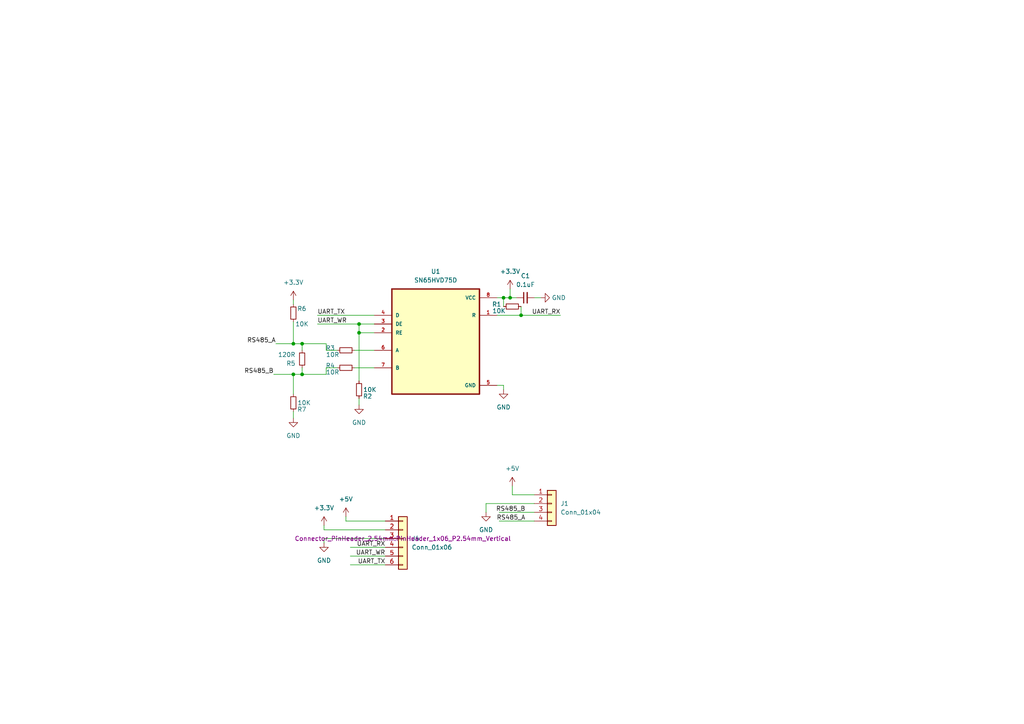
<source format=kicad_sch>
(kicad_sch (version 20230121) (generator eeschema)
  (paper "A4")
  (lib_symbols
    (symbol "Connector_Generic:Conn_01x04" (pin_names (offset 1.016) hide)
      (property "Reference" "J" (at 0 5.08 0))
      (property "Value" "Conn_01x04" (at 0 -7.62 0))
      (symbol "Conn_01x04_1_1"
        (rectangle (start -1.27 -4.953) (end 0 -5.207) (stroke (width 0.1524)))
        (rectangle (start -1.27 -2.413) (end 0 -2.667) (stroke (width 0.1524)))
        (rectangle (start -1.27 0.127) (end 0 -0.127) (stroke (width 0.1524)))
        (rectangle (start -1.27 2.667) (end 0 2.413) (stroke (width 0.1524)))
        (rectangle (start -1.27 3.81) (end 1.27 -6.35) (stroke (width 0.254)) (fill (type background)))
        (pin passive line (at -5.08 2.54 0) (length 3.81) (name "Pin_1") (number "1"))
        (pin passive line (at -5.08 0 0) (length 3.81) (name "Pin_2") (number "2"))
        (pin passive line (at -5.08 -2.54 0) (length 3.81) (name "Pin_3") (number "3"))
        (pin passive line (at -5.08 -5.08 0) (length 3.81) (name "Pin_4") (number "4"))
      )
    )
    (symbol "Connector_Generic:Conn_01x06" (pin_names (offset 1.016) hide)
      (property "Reference" "J" (at 0 7.62 0))
      (property "Value" "Conn_01x06" (at 0 -10.16 0))
      (symbol "Conn_01x06_1_1"
        (rectangle (start -1.27 -7.493) (end 0 -7.747) (stroke (width 0.1524)))
        (rectangle (start -1.27 -4.953) (end 0 -5.207) (stroke (width 0.1524)))
        (rectangle (start -1.27 -2.413) (end 0 -2.667) (stroke (width 0.1524)))
        (rectangle (start -1.27 0.127) (end 0 -0.127) (stroke (width 0.1524)))
        (rectangle (start -1.27 2.667) (end 0 2.413) (stroke (width 0.1524)))
        (rectangle (start -1.27 5.207) (end 0 4.953) (stroke (width 0.1524)))
        (rectangle (start -1.27 6.35) (end 1.27 -8.89) (stroke (width 0.254)) (fill (type background)))
        (pin passive line (at -5.08 5.08 0) (length 3.81) (name "Pin_1") (number "1"))
        (pin passive line (at -5.08 2.54 0) (length 3.81) (name "Pin_2") (number "2"))
        (pin passive line (at -5.08 0 0) (length 3.81) (name "Pin_3") (number "3"))
        (pin passive line (at -5.08 -2.54 0) (length 3.81) (name "Pin_4") (number "4"))
        (pin passive line (at -5.08 -5.08 0) (length 3.81) (name "Pin_5") (number "5"))
        (pin passive line (at -5.08 -7.62 0) (length 3.81) (name "Pin_6") (number "6"))
      )
    )
    (symbol "Device:C_Small" (pin_numbers hide) (pin_names (offset 0.254) hide)
      (property "Reference" "C" (at 0.254 1.778 0))
      (property "Value" "C_Small" (at 0.254 -2.032 0))
      (symbol "C_Small_0_1"
        (polyline (pts (xy -1.524 -0.508) (xy 1.524 -0.508)) (stroke (width 0.3302)))
        (polyline (pts (xy -1.524 0.508) (xy 1.524 0.508)) (stroke (width 0.3048)))
      )
      (symbol "C_Small_1_1"
        (pin passive line (at 0 2.54 270) (length 2.032) (name "~") (number "1"))
        (pin passive line (at 0 -2.54 90) (length 2.032) (name "~") (number "2"))
      )
    )
    (symbol "Device:R_Small" (pin_numbers hide) (pin_names (offset 0.254) hide)
      (property "Reference" "R" (at 0.762 0.508 0))
      (property "Value" "R_Small" (at 0.762 -1.016 0))
      (symbol "R_Small_0_1"
        (rectangle (start -0.762 1.778) (end 0.762 -1.778) (stroke (width 0.2032)))
      )
      (symbol "R_Small_1_1"
        (pin passive line (at 0 2.54 270) (length 0.762) (name "~") (number "1"))
        (pin passive line (at 0 -2.54 90) (length 0.762) (name "~") (number "2"))
      )
    )
    (symbol "TI_Library:SN65HVD75D" (pin_names (offset 1.016))
      (property "Reference" "U" (at -12.7 16.24 0))
      (property "Value" "SN65HVD75D" (at -12.7 -19.24 0))
      (symbol "SN65HVD75D_0_0"
        (rectangle (start -12.7 15.24) (end 12.7 -15.24) (stroke (width 0.41)) (fill (type background)))
        (pin output line (at 17.78 7.62 180) (length 5.08) (name "R") (number "1"))
        (pin input line (at -17.78 2.54 0) (length 5.08) (name "RE") (number "2"))
        (pin input line (at -17.78 5.08 0) (length 5.08) (name "DE") (number "3"))
        (pin input line (at -17.78 7.62 0) (length 5.08) (name "D") (number "4"))
        (pin power_in line (at 17.78 -12.7 180) (length 5.08) (name "GND") (number "5"))
        (pin bidirectional line (at -17.78 -2.54 0) (length 5.08) (name "A") (number "6"))
        (pin bidirectional line (at -17.78 -7.62 0) (length 5.08) (name "B") (number "7"))
        (pin power_in line (at 17.78 12.7 180) (length 5.08) (name "VCC") (number "8"))
      )
    )
    (symbol "power:+3.3V" (power) (pin_names (offset 0))
      (property "Value" "+3.3V" (at 0 3.556 0))
      (symbol "+3.3V_0_1"
        (polyline (pts (xy -0.762 1.27) (xy 0 2.54)))
        (polyline (pts (xy 0 0) (xy 0 2.54)))
        (polyline (pts (xy 0 2.54) (xy 0.762 1.27)))
      )
      (symbol "+3.3V_1_1"
        (pin power_in line (at 0 0 90) (length 0) hide (name "+3.3V") (number "1"))
      )
    )
    (symbol "power:+5V" (power) (pin_names (offset 0))
      (property "Value" "+5V" (at 0 3.556 0))
      (symbol "+5V_0_1"
        (polyline (pts (xy -0.762 1.27) (xy 0 2.54)))
        (polyline (pts (xy 0 0) (xy 0 2.54)))
        (polyline (pts (xy 0 2.54) (xy 0.762 1.27)))
      )
      (symbol "+5V_1_1"
        (pin power_in line (at 0 0 90) (length 0) hide (name "+5V") (number "1"))
      )
    )
    (symbol "power:GND" (power) (pin_names (offset 0))
      (property "Value" "GND" (at 0 -3.81 0))
      (symbol "GND_0_1"
        (polyline (pts (xy 0 0) (xy 0 -1.27) (xy 1.27 -1.27) (xy 0 -2.54) (xy -1.27 -1.27) (xy 0 -1.27)))
      )
      (symbol "GND_1_1"
        (pin power_in line (at 0 0 270) (length 0) hide (name "GND") (number "1"))
      )
    )
  )
  (junction (at 146.05 86.36))
  (junction (at 87.63 99.695))
  (junction (at 87.63 108.585))
  (junction (at 147.955 86.36))
  (junction (at 104.14 96.52))
  (junction (at 104.14 93.98))
  (junction (at 85.09 99.695))
  (junction (at 85.09 108.585))
  (junction (at 151.13 91.44))
  (wire (pts (xy 94.615 108.585) (xy 94.615 106.68)))
  (wire (pts (xy 93.98 157.48) (xy 93.98 156.21)))
  (wire (pts (xy 151.13 88.9) (xy 151.13 91.44)))
  (wire (pts (xy 93.98 156.21) (xy 111.76 156.21)))
  (wire (pts (xy 85.09 108.585) (xy 85.09 114.3)))
  (wire (pts (xy 79.375 108.585) (xy 85.09 108.585)))
  (wire (pts (xy 92.075 91.44) (xy 108.585 91.44)))
  (wire (pts (xy 111.76 151.13) (xy 100.33 151.13)))
  (wire (pts (xy 104.14 115.57) (xy 104.14 117.475)))
  (wire (pts (xy 87.63 108.585) (xy 94.615 108.585)))
  (wire (pts (xy 146.05 111.76) (xy 146.05 113.03)))
  (wire (pts (xy 144.78 151.13) (xy 154.94 151.13)))
  (wire (pts (xy 144.78 148.59) (xy 154.94 148.59)))
  (wire (pts (xy 154.94 143.51) (xy 148.59 143.51)))
  (wire (pts (xy 147.955 86.36) (xy 146.05 86.36)))
  (wire (pts (xy 85.09 93.345) (xy 85.09 99.695)))
  (wire (pts (xy 92.075 93.98) (xy 104.14 93.98)))
  (wire (pts (xy 102.87 101.6) (xy 108.585 101.6)))
  (wire (pts (xy 101.6 161.29) (xy 111.76 161.29)))
  (wire (pts (xy 93.98 153.67) (xy 93.98 152.4)))
  (wire (pts (xy 85.09 86.995) (xy 85.09 88.265)))
  (wire (pts (xy 140.97 146.05) (xy 154.94 146.05)))
  (wire (pts (xy 146.05 86.36) (xy 146.05 88.9)))
  (wire (pts (xy 87.63 99.695) (xy 94.615 99.695)))
  (wire (pts (xy 104.14 96.52) (xy 104.14 93.98)))
  (wire (pts (xy 140.97 148.59) (xy 140.97 146.05)))
  (wire (pts (xy 100.33 151.13) (xy 100.33 149.86)))
  (wire (pts (xy 148.59 143.51) (xy 148.59 140.97)))
  (wire (pts (xy 154.94 86.36) (xy 156.845 86.36)))
  (wire (pts (xy 94.615 99.695) (xy 94.615 101.6)))
  (wire (pts (xy 147.955 83.82) (xy 147.955 86.36)))
  (wire (pts (xy 151.13 91.44) (xy 162.56 91.44)))
  (wire (pts (xy 87.63 106.68) (xy 87.63 108.585)))
  (wire (pts (xy 85.09 108.585) (xy 87.63 108.585)))
  (wire (pts (xy 102.87 106.68) (xy 108.585 106.68)))
  (wire (pts (xy 101.6 158.75) (xy 111.76 158.75)))
  (wire (pts (xy 85.09 119.38) (xy 85.09 121.285)))
  (wire (pts (xy 146.05 86.36) (xy 144.145 86.36)))
  (wire (pts (xy 101.6 163.83) (xy 111.76 163.83)))
  (wire (pts (xy 85.09 99.695) (xy 87.63 99.695)))
  (wire (pts (xy 147.955 86.36) (xy 149.86 86.36)))
  (wire (pts (xy 144.145 91.44) (xy 151.13 91.44)))
  (wire (pts (xy 104.14 93.98) (xy 108.585 93.98)))
  (wire (pts (xy 94.615 101.6) (xy 97.79 101.6)))
  (wire (pts (xy 144.145 111.76) (xy 146.05 111.76)))
  (wire (pts (xy 104.14 96.52) (xy 104.14 110.49)))
  (wire (pts (xy 111.76 153.67) (xy 93.98 153.67)))
  (wire (pts (xy 108.585 96.52) (xy 104.14 96.52)))
  (wire (pts (xy 94.615 106.68) (xy 97.79 106.68)))
  (wire (pts (xy 80.01 99.695) (xy 85.09 99.695)))
  (wire (pts (xy 87.63 99.695) (xy 87.63 101.6)))
  (label "RS485_A" (at 152.4 151.13 180))
  (label "UART_RX" (at 162.56 91.44 180))
  (label "UART_WR" (at 92.075 93.98 0))
  (label "RS485_A" (at 80.01 99.695 180))
  (label "UART_RX" (at 111.76 158.75 180))
  (label "UART_TX" (at 92.075 91.44 0))
  (label "UART_TX" (at 111.76 163.83 180))
  (label "UART_WR" (at 111.76 161.29 180))
  (label "RS485_B" (at 79.375 108.585 180))
  (label "RS485_B" (at 152.4 148.59 180))
  (symbol (lib_id "Device:R_Small") (at 85.09 116.84 180) (unit 1)
    (property "Reference" "R7" (at 88.9 118.745 0) (effects (justify left)))
    (property "Value" "10K" (at 90.17 116.84 0) (effects (justify left)))
    (property "Footprint" "Resistor_SMD:R_0603_1608Metric" (effects hide))
  )
  (symbol (lib_id "power:+5V") (at 148.59 140.97 0) (unit 1)
    (property "Reference" "#PWR08" (effects hide))
    (property "Value" "+5V" (at 148.59 135.89 0))
  )
  (symbol (lib_id "Device:R_Small") (at 104.14 113.03 180) (unit 1)
    (property "Reference" "R2" (at 107.95 114.935 0) (effects (justify left)))
    (property "Value" "10K" (at 109.22 113.03 0) (effects (justify left)))
    (property "Footprint" "Resistor_SMD:R_0603_1608Metric" (effects hide))
  )
  (symbol (lib_id "Device:R_Small") (at 100.33 106.68 90) (unit 1)
    (property "Reference" "R4" (at 97.155 106.045 90) (effects (justify left)))
    (property "Value" "10R" (at 98.425 107.95 90) (effects (justify left)))
    (property "Footprint" "Resistor_SMD:R_0402_1005Metric" (effects hide))
  )
  (symbol (lib_id "Device:R_Small") (at 100.33 101.6 90) (unit 1)
    (property "Reference" "R3" (at 97.155 100.965 90) (effects (justify left)))
    (property "Value" "10R" (at 98.425 102.87 90) (effects (justify left)))
    (property "Footprint" "Resistor_SMD:R_0402_1005Metric" (effects hide))
  )
  (symbol (lib_id "power:GND") (at 93.98 157.48 0) (unit 1)
    (property "Reference" "#PWR09" (effects hide))
    (property "Value" "GND" (at 93.98 162.56 0))
  )
  (symbol (lib_id "Device:R_Small") (at 87.63 104.14 180) (unit 1)
    (property "Reference" "R5" (at 85.725 105.41 0) (effects (justify left)))
    (property "Value" "120R" (at 85.725 102.87 0) (effects (justify left)))
    (property "Footprint" "Resistor_SMD:R_0603_1608Metric" (effects hide))
  )
  (symbol (lib_id "Connector_Generic:Conn_01x04") (at 160.02 146.05 0) (unit 1)
    (property "Reference" "J1" (at 162.56 146.05 0) (effects (justify left)))
    (property "Value" "Conn_01x04" (at 162.56 148.59 0) (effects (justify left)))
    (property "Footprint" "Connector_PinHeader_2.54mm:PinHeader_1x04_P2.54mm_Vertical" (effects hide))
  )
  (symbol (lib_id "Device:R_Small") (at 148.59 88.9 90) (unit 1)
    (property "Reference" "R1" (at 145.415 88.265 90) (effects (justify left)))
    (property "Value" "10K" (at 146.685 90.17 90) (effects (justify left)))
    (property "Footprint" "Resistor_SMD:R_0603_1608Metric" (effects hide))
  )
  (symbol (lib_id "power:+5V") (at 100.33 149.86 0) (unit 1)
    (property "Reference" "#PWR07" (effects hide))
    (property "Value" "+5V" (at 100.33 144.78 0))
  )
  (symbol (lib_id "Device:R_Small") (at 85.09 90.805 180) (unit 1)
    (property "Reference" "R6" (at 88.9 89.535 0) (effects (justify left)))
    (property "Value" "10K" (at 89.535 93.98 0) (effects (justify left)))
    (property "Footprint" "Resistor_SMD:R_0603_1608Metric" (effects hide))
  )
  (symbol (lib_id "power:GND") (at 146.05 113.03 0) (unit 1)
    (property "Reference" "#PWR03" (effects hide))
    (property "Value" "GND" (at 146.05 118.11 0))
  )
  (symbol (lib_id "power:GND") (at 85.09 121.285 0) (unit 1)
    (property "Reference" "#PWR06" (effects hide))
    (property "Value" "GND" (at 85.09 126.365 0))
  )
  (symbol (lib_id "power:+3.3V") (at 147.955 83.82 0) (unit 1)
    (property "Reference" "#PWR01" (effects hide))
    (property "Value" "+3.3V" (at 147.955 78.74 0))
  )
  (symbol (lib_id "power:GND") (at 156.845 86.36 90) (unit 1)
    (property "Reference" "#PWR02" (effects hide))
    (property "Value" "GND" (at 160.02 86.36 90) (effects (justify right)))
  )
  (symbol (lib_id "Connector_Generic:Conn_01x06") (at 116.84 156.21 0) (unit 1)
    (property "Reference" "J4" (at 119.38 156.21 0) (effects (justify left)))
    (property "Value" "Conn_01x06" (at 119.38 158.75 0) (effects (justify left)))
    (property "Footprint" "Connector_PinHeader_2.54mm:PinHeader_1x06_P2.54mm_Vertical" (at 116.84 156.21 0))
  )
  (symbol (lib_id "power:+3.3V") (at 93.98 152.4 0) (unit 1)
    (property "Reference" "#PWR010" (effects hide))
    (property "Value" "+3.3V" (at 93.98 147.32 0))
  )
  (symbol (lib_id "TI_Library:SN65HVD75D") (at 126.365 99.06 0) (unit 1)
    (property "Reference" "U1" (at 126.365 78.74 0))
    (property "Value" "SN65HVD75D" (at 126.365 81.28 0))
    (property "Footprint" "TI_Library:SOIC127P599X175-8N" (effects hide))
    (property "MF" "Texas Instruments" (effects hide))
    (property "Description" "\n3.3-V half-duplex RS-485 transceiver with IEC ESD, 20 Mbps\n" (effects hide))
    (property "Package" "SOIC-8 Texas Instruments" (effects hide))
    (property "Price" "None" (effects hide))
    (property "SnapEDA_Link" "https://www.snapeda.com/parts/SN65HVD75D/Texas+Instruments/view-part/?ref=snap" (effects hide))
    (property "MP" "SN65HVD75D" (effects hide))
    (property "Purchase-URL" "https://www.snapeda.com/api/url_track_click_mouser/?unipart_id=252871&manufacturer=Texas Instruments&part_name=SN65HVD75D&search_term=sn65hvd75" (effects hide))
    (property "Availability" "In Stock" (effects hide))
    (property "Check_prices" "https://www.snapeda.com/parts/SN65HVD75D/Texas+Instruments/view-part/?ref=eda" (effects hide))
  )
  (symbol (lib_id "power:GND") (at 104.14 117.475 0) (unit 1)
    (property "Reference" "#PWR04" (effects hide))
    (property "Value" "GND" (at 104.14 122.555 0))
  )
  (symbol (lib_id "power:+3.3V") (at 85.09 86.995 0) (unit 1)
    (property "Reference" "#PWR05" (effects hide))
    (property "Value" "+3.3V" (at 85.09 81.915 0))
  )
  (symbol (lib_id "power:GND") (at 140.97 148.59 0) (unit 1)
    (property "Reference" "#PWR011" (effects hide))
    (property "Value" "GND" (at 140.97 153.67 0))
  )
  (symbol (lib_id "Device:C_Small") (at 152.4 86.36 90) (unit 1)
    (property "Reference" "C1" (at 152.4063 80.01 90))
    (property "Value" "0.1uF" (at 152.4063 82.55 90))
    (property "Footprint" "Capacitor_SMD:C_0603_1608Metric" (effects hide))
  )
)
</source>
